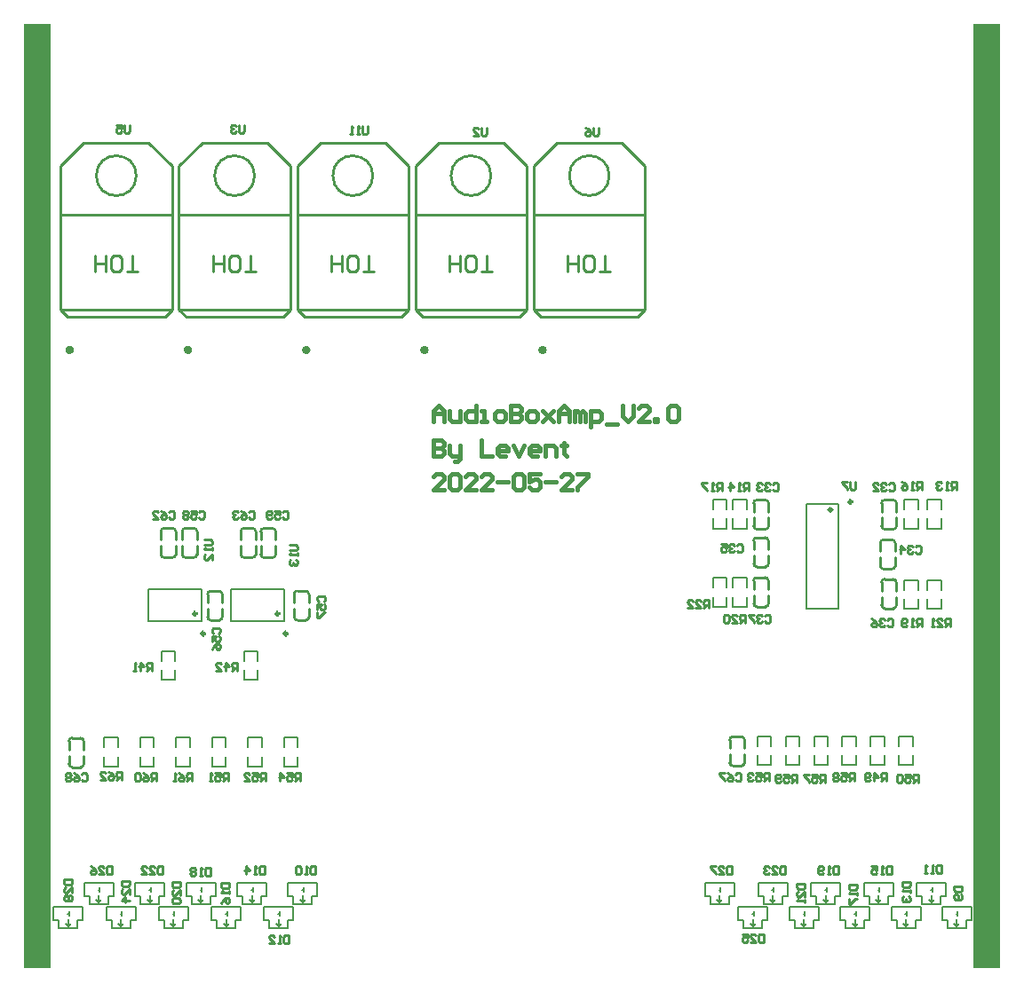
<source format=gbo>
G04*
G04 #@! TF.GenerationSoftware,Altium Limited,Altium Designer,20.2.5 (213)*
G04*
G04 Layer_Color=32896*
%FSLAX24Y24*%
%MOIN*%
G70*
G04*
G04 #@! TF.SameCoordinates,311A2180-9421-45D2-9D82-A7DF5611BF6A*
G04*
G04*
G04 #@! TF.FilePolarity,Positive*
G04*
G01*
G75*
%ADD10C,0.0100*%
%ADD11C,0.0118*%
%ADD15C,0.0060*%
%ADD16C,0.0050*%
%ADD18R,0.1000X3.5500*%
%ADD85C,0.0150*%
%ADD131C,0.0157*%
D10*
X28858Y33053D02*
G03*
X28980Y33175I0J122D01*
G01*
X28421D02*
G03*
X28543Y33053I122J0D01*
G01*
X28977Y34031D02*
G03*
X28855Y34153I-122J0D01*
G01*
X28540D02*
G03*
X28418Y34031I0J-122D01*
G01*
X31808Y33053D02*
G03*
X31930Y33175I0J122D01*
G01*
X31371D02*
G03*
X31493Y33053I122J0D01*
G01*
X31927Y34031D02*
G03*
X31805Y34153I-122J0D01*
G01*
X31490D02*
G03*
X31368Y34031I0J-122D01*
G01*
X29492Y31797D02*
G03*
X29370Y31675I0J-122D01*
G01*
X29929D02*
G03*
X29807Y31797I-122J0D01*
G01*
X29373Y30819D02*
G03*
X29495Y30697I122J0D01*
G01*
X29810D02*
G03*
X29932Y30819I0J122D01*
G01*
X32742Y31797D02*
G03*
X32620Y31675I0J-122D01*
G01*
X33179D02*
G03*
X33057Y31797I-122J0D01*
G01*
X32623Y30819D02*
G03*
X32745Y30697I122J0D01*
G01*
X33060D02*
G03*
X33182Y30819I0J122D01*
G01*
X24608Y25175D02*
G03*
X24730Y25297I0J122D01*
G01*
X24171D02*
G03*
X24293Y25175I122J0D01*
G01*
X24727Y26153D02*
G03*
X24605Y26275I-122J0D01*
G01*
X24290D02*
G03*
X24168Y26153I0J-122D01*
G01*
X49408Y25225D02*
G03*
X49530Y25347I0J122D01*
G01*
X48971D02*
G03*
X49093Y25225I122J0D01*
G01*
X49527Y26203D02*
G03*
X49405Y26325I-122J0D01*
G01*
X49090D02*
G03*
X48968Y26203I0J-122D01*
G01*
X50308Y31203D02*
G03*
X50430Y31325I0J122D01*
G01*
X49871D02*
G03*
X49993Y31203I122J0D01*
G01*
X50427Y32181D02*
G03*
X50305Y32303I-122J0D01*
G01*
X49990D02*
G03*
X49868Y32181I0J-122D01*
G01*
X50308Y32703D02*
G03*
X50430Y32825I0J122D01*
G01*
X49871D02*
G03*
X49993Y32703I122J0D01*
G01*
X50427Y33681D02*
G03*
X50305Y33803I-122J0D01*
G01*
X49990D02*
G03*
X49868Y33681I0J-122D01*
G01*
X50308Y34118D02*
G03*
X50430Y34240I0J122D01*
G01*
X49871D02*
G03*
X49993Y34118I122J0D01*
G01*
X50427Y35096D02*
G03*
X50305Y35218I-122J0D01*
G01*
X49990D02*
G03*
X49868Y35096I0J-122D01*
G01*
X55108Y31141D02*
G03*
X55230Y31263I0J122D01*
G01*
X54671D02*
G03*
X54793Y31141I122J0D01*
G01*
X55227Y32120D02*
G03*
X55105Y32242I-122J0D01*
G01*
X54790D02*
G03*
X54668Y32120I0J-122D01*
G01*
X54742Y33722D02*
G03*
X54620Y33600I0J-122D01*
G01*
X55179D02*
G03*
X55057Y33722I-122J0D01*
G01*
X54623Y32743D02*
G03*
X54745Y32621I122J0D01*
G01*
X55060D02*
G03*
X55182Y32743I0J122D01*
G01*
X54790Y35218D02*
G03*
X54668Y35096I0J-122D01*
G01*
X55227D02*
G03*
X55105Y35218I-122J0D01*
G01*
X54671Y34240D02*
G03*
X54793Y34118I122J0D01*
G01*
X55108D02*
G03*
X55230Y34240I0J122D01*
G01*
X26700Y47400D02*
G03*
X26700Y47400I-750J0D01*
G01*
X31137D02*
G03*
X31137Y47400I-750J0D01*
G01*
X35575D02*
G03*
X35575Y47400I-750J0D01*
G01*
X40012D02*
G03*
X40012Y47400I-750J0D01*
G01*
X44450D02*
G03*
X44450Y47400I-750J0D01*
G01*
X31060Y33053D02*
G03*
X31182Y33175I0J122D01*
G01*
X30623D02*
G03*
X30745Y33053I122J0D01*
G01*
X31179Y34031D02*
G03*
X31057Y34153I-122J0D01*
G01*
X30742D02*
G03*
X30620Y34031I0J-122D01*
G01*
X28060Y33053D02*
G03*
X28182Y33175I0J122D01*
G01*
X27623D02*
G03*
X27745Y33053I122J0D01*
G01*
X28179Y34031D02*
G03*
X28057Y34153I-122J0D01*
G01*
X27742D02*
G03*
X27620Y34031I0J-122D01*
G01*
X28977Y33716D02*
Y34031D01*
X28540Y34153D02*
X28855D01*
X28418Y33716D02*
Y34031D01*
X28980Y33175D02*
Y33490D01*
X28421Y33175D02*
Y33490D01*
X28543Y33053D02*
X28858D01*
X31927Y33716D02*
Y34031D01*
X31490Y34153D02*
X31805D01*
X31368Y33716D02*
Y34031D01*
X31930Y33175D02*
Y33490D01*
X31371Y33175D02*
Y33490D01*
X31493Y33053D02*
X31808D01*
X29373Y30819D02*
Y31134D01*
X29495Y30697D02*
X29810D01*
X29932Y30819D02*
Y31134D01*
X29370Y31360D02*
Y31675D01*
X29929Y31360D02*
Y31675D01*
X29492Y31797D02*
X29807D01*
X32623Y30819D02*
Y31134D01*
X32745Y30697D02*
X33060D01*
X33182Y30819D02*
Y31134D01*
X32620Y31360D02*
Y31675D01*
X33179Y31360D02*
Y31675D01*
X32742Y31797D02*
X33057D01*
X24727Y25838D02*
Y26153D01*
X24290Y26275D02*
X24605D01*
X24168Y25838D02*
Y26153D01*
X24730Y25297D02*
Y25612D01*
X24171Y25297D02*
Y25612D01*
X24293Y25175D02*
X24608D01*
X49527Y25888D02*
Y26203D01*
X49090Y26325D02*
X49405D01*
X48968Y25888D02*
Y26203D01*
X49530Y25347D02*
Y25662D01*
X48971Y25347D02*
Y25662D01*
X49093Y25225D02*
X49408D01*
X50427Y31866D02*
Y32181D01*
X49990Y32303D02*
X50305D01*
X49868Y31866D02*
Y32181D01*
X50430Y31325D02*
Y31640D01*
X49871Y31325D02*
Y31640D01*
X49993Y31203D02*
X50308D01*
X50427Y33366D02*
Y33681D01*
X49990Y33803D02*
X50305D01*
X49868Y33366D02*
Y33681D01*
X50430Y32825D02*
Y33140D01*
X49871Y32825D02*
Y33140D01*
X49993Y32703D02*
X50308D01*
X50427Y34781D02*
Y35096D01*
X49990Y35218D02*
X50305D01*
X49868Y34781D02*
Y35096D01*
X50430Y34240D02*
Y34554D01*
X49871Y34240D02*
Y34554D01*
X49993Y34118D02*
X50308D01*
X55227Y31805D02*
Y32120D01*
X54790Y32242D02*
X55105D01*
X54668Y31805D02*
Y32120D01*
X55230Y31263D02*
Y31578D01*
X54671Y31263D02*
Y31578D01*
X54793Y31141D02*
X55108D01*
X54623Y32743D02*
Y33058D01*
X54745Y32621D02*
X55060D01*
X55182Y32743D02*
Y33058D01*
X54620Y33285D02*
Y33600D01*
X55179Y33285D02*
Y33600D01*
X54742Y33722D02*
X55057D01*
X54671Y34240D02*
Y34555D01*
X54793Y34118D02*
X55108D01*
X55230Y34240D02*
Y34555D01*
X54668Y34781D02*
Y35096D01*
X55227Y34781D02*
Y35096D01*
X54790Y35218D02*
X55105D01*
X23863Y42368D02*
X28037D01*
X23863Y45918D02*
X28037D01*
X24741Y48641D02*
X27109D01*
X27167D01*
X28037Y47771D01*
X24733Y48641D02*
X24741D01*
X23863Y47771D02*
X24733Y48641D01*
X28037Y42368D02*
Y47771D01*
X27769Y42100D02*
X28037Y42368D01*
X24131Y42100D02*
X27769D01*
X23863Y42368D02*
X24131Y42100D01*
X23863Y42368D02*
Y47771D01*
X28300Y42368D02*
Y47771D01*
Y42368D02*
X28569Y42100D01*
X32206D01*
X32475Y42368D01*
Y47771D01*
X28300D02*
X29170Y48641D01*
X29178D01*
X31605D02*
X32475Y47771D01*
X31547Y48641D02*
X31605D01*
X29178D02*
X31547D01*
X28300Y45918D02*
X32475D01*
X28300Y42368D02*
X32475D01*
X32738D02*
Y47771D01*
Y42368D02*
X33006Y42100D01*
X36644D01*
X36912Y42368D01*
Y47771D01*
X32738D02*
X33608Y48641D01*
X33616D01*
X36042D02*
X36912Y47771D01*
X35984Y48641D02*
X36042D01*
X33616D02*
X35984D01*
X32738Y45918D02*
X36912D01*
X32738Y42368D02*
X36912D01*
X37175D02*
X41350D01*
X37175Y45918D02*
X41350D01*
X38053Y48641D02*
X40422D01*
X40480D01*
X41350Y47771D01*
X38045Y48641D02*
X38053D01*
X37175Y47771D02*
X38045Y48641D01*
X41350Y42368D02*
Y47771D01*
X41081Y42100D02*
X41350Y42368D01*
X37444Y42100D02*
X41081D01*
X37175Y42368D02*
X37444Y42100D01*
X37175Y42368D02*
Y47771D01*
X41613Y42368D02*
X45787D01*
X41613Y45918D02*
X45787D01*
X42491Y48641D02*
X44859D01*
X44917D01*
X45787Y47771D01*
X42483Y48641D02*
X42491D01*
X41613Y47771D02*
X42483Y48641D01*
X45787Y42368D02*
Y47771D01*
X45519Y42100D02*
X45787Y42368D01*
X41881Y42100D02*
X45519D01*
X41613Y42368D02*
X41881Y42100D01*
X41613Y42368D02*
Y47771D01*
X30742Y34153D02*
X31057D01*
X31179Y33716D02*
Y34031D01*
X30620Y33716D02*
Y34031D01*
X31182Y33175D02*
Y33490D01*
X30745Y33053D02*
X31060D01*
X30623Y33175D02*
Y33490D01*
X27742Y34153D02*
X28057D01*
X28179Y33716D02*
Y34031D01*
X27620Y33716D02*
Y34031D01*
X28182Y33175D02*
Y33490D01*
X27745Y33053D02*
X28060D01*
X27623Y33175D02*
Y33490D01*
X29250Y33725D02*
X29500D01*
X29550Y33675D01*
Y33575D01*
X29500Y33525D01*
X29250D01*
X29550Y33425D02*
Y33325D01*
Y33375D01*
X29250D01*
X29300Y33425D01*
X29550Y32975D02*
Y33175D01*
X29350Y32975D01*
X29300D01*
X29250Y33025D01*
Y33125D01*
X29300Y33175D01*
X29050Y34750D02*
X29100Y34800D01*
X29200D01*
X29250Y34750D01*
Y34550D01*
X29200Y34500D01*
X29100D01*
X29050Y34550D01*
X28750Y34800D02*
X28950D01*
Y34650D01*
X28850Y34700D01*
X28800D01*
X28750Y34650D01*
Y34550D01*
X28800Y34500D01*
X28900D01*
X28950Y34550D01*
X28650Y34750D02*
X28600Y34800D01*
X28500D01*
X28450Y34750D01*
Y34700D01*
X28500Y34650D01*
X28450Y34600D01*
Y34550D01*
X28500Y34500D01*
X28600D01*
X28650Y34550D01*
Y34600D01*
X28600Y34650D01*
X28650Y34700D01*
Y34750D01*
X28600Y34650D02*
X28500D01*
X32200Y34750D02*
X32250Y34800D01*
X32350D01*
X32400Y34750D01*
Y34550D01*
X32350Y34500D01*
X32250D01*
X32200Y34550D01*
X31900Y34800D02*
X32100D01*
Y34650D01*
X32000Y34700D01*
X31950D01*
X31900Y34650D01*
Y34550D01*
X31950Y34500D01*
X32050D01*
X32100Y34550D01*
X31800D02*
X31750Y34500D01*
X31650D01*
X31600Y34550D01*
Y34750D01*
X31650Y34800D01*
X31750D01*
X31800Y34750D01*
Y34700D01*
X31750Y34650D01*
X31600D01*
X32450Y33525D02*
X32700D01*
X32750Y33475D01*
Y33375D01*
X32700Y33325D01*
X32450D01*
X32750Y33225D02*
Y33125D01*
Y33175D01*
X32450D01*
X32500Y33225D01*
Y32975D02*
X32450Y32925D01*
Y32825D01*
X32500Y32775D01*
X32550D01*
X32600Y32825D01*
Y32875D01*
Y32825D01*
X32650Y32775D01*
X32700D01*
X32750Y32825D01*
Y32925D01*
X32700Y32975D01*
X29600Y30200D02*
X29550Y30250D01*
Y30350D01*
X29600Y30400D01*
X29800D01*
X29850Y30350D01*
Y30250D01*
X29800Y30200D01*
X29550Y29900D02*
Y30100D01*
X29700D01*
X29650Y30000D01*
Y29950D01*
X29700Y29900D01*
X29800D01*
X29850Y29950D01*
Y30050D01*
X29800Y30100D01*
X29550Y29600D02*
X29600Y29700D01*
X29700Y29800D01*
X29800D01*
X29850Y29750D01*
Y29650D01*
X29800Y29600D01*
X29750D01*
X29700Y29650D01*
Y29800D01*
X33550Y31400D02*
X33500Y31450D01*
Y31550D01*
X33550Y31600D01*
X33750D01*
X33800Y31550D01*
Y31450D01*
X33750Y31400D01*
X33500Y31100D02*
Y31300D01*
X33650D01*
X33600Y31200D01*
Y31150D01*
X33650Y31100D01*
X33750D01*
X33800Y31150D01*
Y31250D01*
X33750Y31300D01*
X33500Y31000D02*
Y30800D01*
X33550D01*
X33750Y31000D01*
X33800D01*
X27300Y28800D02*
Y29100D01*
X27150D01*
X27100Y29050D01*
Y28950D01*
X27150Y28900D01*
X27300D01*
X27200D02*
X27100Y28800D01*
X26850D02*
Y29100D01*
X27000Y28950D01*
X26800D01*
X26700Y28800D02*
X26600D01*
X26650D01*
Y29100D01*
X26700Y29050D01*
X30500Y28800D02*
Y29100D01*
X30350D01*
X30300Y29050D01*
Y28950D01*
X30350Y28900D01*
X30500D01*
X30400D02*
X30300Y28800D01*
X30050D02*
Y29100D01*
X30200Y28950D01*
X30000D01*
X29700Y28800D02*
X29900D01*
X29700Y29000D01*
Y29050D01*
X29750Y29100D01*
X29850D01*
X29900Y29050D01*
X24650Y24900D02*
X24700Y24950D01*
X24800D01*
X24850Y24900D01*
Y24700D01*
X24800Y24650D01*
X24700D01*
X24650Y24700D01*
X24350Y24950D02*
X24450Y24900D01*
X24550Y24800D01*
Y24700D01*
X24500Y24650D01*
X24400D01*
X24350Y24700D01*
Y24750D01*
X24400Y24800D01*
X24550D01*
X24250Y24900D02*
X24200Y24950D01*
X24100D01*
X24050Y24900D01*
Y24850D01*
X24100Y24800D01*
X24050Y24750D01*
Y24700D01*
X24100Y24650D01*
X24200D01*
X24250Y24700D01*
Y24750D01*
X24200Y24800D01*
X24250Y24850D01*
Y24900D01*
X24200Y24800D02*
X24100D01*
X26150Y24700D02*
Y25000D01*
X26000D01*
X25950Y24950D01*
Y24850D01*
X26000Y24800D01*
X26150D01*
X26050D02*
X25950Y24700D01*
X25650Y25000D02*
X25750Y24950D01*
X25850Y24850D01*
Y24750D01*
X25800Y24700D01*
X25700D01*
X25650Y24750D01*
Y24800D01*
X25700Y24850D01*
X25850D01*
X25350Y24700D02*
X25550D01*
X25350Y24900D01*
Y24950D01*
X25400Y25000D01*
X25500D01*
X25550Y24950D01*
X27450Y24650D02*
Y24950D01*
X27300D01*
X27250Y24900D01*
Y24800D01*
X27300Y24750D01*
X27450D01*
X27350D02*
X27250Y24650D01*
X26950Y24950D02*
X27050Y24900D01*
X27150Y24800D01*
Y24700D01*
X27100Y24650D01*
X27000D01*
X26950Y24700D01*
Y24750D01*
X27000Y24800D01*
X27150D01*
X26850Y24900D02*
X26800Y24950D01*
X26700D01*
X26650Y24900D01*
Y24700D01*
X26700Y24650D01*
X26800D01*
X26850Y24700D01*
Y24900D01*
X28800Y24650D02*
Y24950D01*
X28650D01*
X28600Y24900D01*
Y24800D01*
X28650Y24750D01*
X28800D01*
X28700D02*
X28600Y24650D01*
X28300Y24950D02*
X28400Y24900D01*
X28500Y24800D01*
Y24700D01*
X28450Y24650D01*
X28350D01*
X28300Y24700D01*
Y24750D01*
X28350Y24800D01*
X28500D01*
X28200Y24650D02*
X28100D01*
X28150D01*
Y24950D01*
X28200Y24900D01*
X30150Y24650D02*
Y24950D01*
X30000D01*
X29950Y24900D01*
Y24800D01*
X30000Y24750D01*
X30150D01*
X30050D02*
X29950Y24650D01*
X29650Y24950D02*
X29850D01*
Y24800D01*
X29750Y24850D01*
X29700D01*
X29650Y24800D01*
Y24700D01*
X29700Y24650D01*
X29800D01*
X29850Y24700D01*
X29550Y24650D02*
X29450D01*
X29500D01*
Y24950D01*
X29550Y24900D01*
X31550Y24650D02*
Y24950D01*
X31400D01*
X31350Y24900D01*
Y24800D01*
X31400Y24750D01*
X31550D01*
X31450D02*
X31350Y24650D01*
X31050Y24950D02*
X31250D01*
Y24800D01*
X31150Y24850D01*
X31100D01*
X31050Y24800D01*
Y24700D01*
X31100Y24650D01*
X31200D01*
X31250Y24700D01*
X30750Y24650D02*
X30950D01*
X30750Y24850D01*
Y24900D01*
X30800Y24950D01*
X30900D01*
X30950Y24900D01*
X32850Y24650D02*
Y24950D01*
X32700D01*
X32650Y24900D01*
Y24800D01*
X32700Y24750D01*
X32850D01*
X32750D02*
X32650Y24650D01*
X32350Y24950D02*
X32550D01*
Y24800D01*
X32450Y24850D01*
X32400D01*
X32350Y24800D01*
Y24700D01*
X32400Y24650D01*
X32500D01*
X32550Y24700D01*
X32100Y24650D02*
Y24950D01*
X32250Y24800D01*
X32050D01*
X24000Y20950D02*
X24300D01*
Y20800D01*
X24250Y20750D01*
X24050D01*
X24000Y20800D01*
Y20950D01*
X24300Y20450D02*
Y20650D01*
X24100Y20450D01*
X24050D01*
X24000Y20500D01*
Y20600D01*
X24050Y20650D01*
Y20350D02*
X24000Y20300D01*
Y20200D01*
X24050Y20150D01*
X24100D01*
X24150Y20200D01*
X24200Y20150D01*
X24250D01*
X24300Y20200D01*
Y20300D01*
X24250Y20350D01*
X24200D01*
X24150Y20300D01*
X24100Y20350D01*
X24050D01*
X24150Y20300D02*
Y20200D01*
X26150Y20900D02*
X26450D01*
Y20750D01*
X26400Y20700D01*
X26200D01*
X26150Y20750D01*
Y20900D01*
X26450Y20400D02*
Y20600D01*
X26250Y20400D01*
X26200D01*
X26150Y20450D01*
Y20550D01*
X26200Y20600D01*
X26450Y20150D02*
X26150D01*
X26300Y20300D01*
Y20100D01*
X28050Y20850D02*
X28350D01*
Y20700D01*
X28300Y20650D01*
X28100D01*
X28050Y20700D01*
Y20850D01*
X28350Y20350D02*
Y20550D01*
X28150Y20350D01*
X28100D01*
X28050Y20400D01*
Y20500D01*
X28100Y20550D01*
Y20250D02*
X28050Y20200D01*
Y20100D01*
X28100Y20050D01*
X28300D01*
X28350Y20100D01*
Y20200D01*
X28300Y20250D01*
X28100D01*
X29475Y21400D02*
Y21100D01*
X29325D01*
X29275Y21150D01*
Y21350D01*
X29325Y21400D01*
X29475D01*
X29175Y21100D02*
X29075D01*
X29125D01*
Y21400D01*
X29175Y21350D01*
X28925D02*
X28875Y21400D01*
X28775D01*
X28725Y21350D01*
Y21300D01*
X28775Y21250D01*
X28725Y21200D01*
Y21150D01*
X28775Y21100D01*
X28875D01*
X28925Y21150D01*
Y21200D01*
X28875Y21250D01*
X28925Y21300D01*
Y21350D01*
X28875Y21250D02*
X28775D01*
X29900Y20825D02*
X30200D01*
Y20675D01*
X30150Y20625D01*
X29950D01*
X29900Y20675D01*
Y20825D01*
X30200Y20525D02*
Y20425D01*
Y20475D01*
X29900D01*
X29950Y20525D01*
X29900Y20075D02*
X29950Y20175D01*
X30050Y20275D01*
X30150D01*
X30200Y20225D01*
Y20125D01*
X30150Y20075D01*
X30100D01*
X30050Y20125D01*
Y20275D01*
X32425Y18850D02*
Y18550D01*
X32275D01*
X32225Y18600D01*
Y18800D01*
X32275Y18850D01*
X32425D01*
X32125Y18550D02*
X32025D01*
X32075D01*
Y18850D01*
X32125Y18800D01*
X31675Y18550D02*
X31875D01*
X31675Y18750D01*
Y18800D01*
X31725Y18850D01*
X31825D01*
X31875Y18800D01*
X49050Y21450D02*
Y21150D01*
X48900D01*
X48850Y21200D01*
Y21400D01*
X48900Y21450D01*
X49050D01*
X48550Y21150D02*
X48750D01*
X48550Y21350D01*
Y21400D01*
X48600Y21450D01*
X48700D01*
X48750Y21400D01*
X48450Y21450D02*
X48250D01*
Y21400D01*
X48450Y21200D01*
Y21150D01*
X50250Y18900D02*
Y18600D01*
X50100D01*
X50050Y18650D01*
Y18850D01*
X50100Y18900D01*
X50250D01*
X49750Y18600D02*
X49950D01*
X49750Y18800D01*
Y18850D01*
X49800Y18900D01*
X49900D01*
X49950Y18850D01*
X49450Y18900D02*
X49650D01*
Y18750D01*
X49550Y18800D01*
X49500D01*
X49450Y18750D01*
Y18650D01*
X49500Y18600D01*
X49600D01*
X49650Y18650D01*
X51500Y20800D02*
X51800D01*
Y20650D01*
X51750Y20600D01*
X51550D01*
X51500Y20650D01*
Y20800D01*
X51800Y20300D02*
Y20500D01*
X51600Y20300D01*
X51550D01*
X51500Y20350D01*
Y20450D01*
X51550Y20500D01*
X51800Y20200D02*
Y20100D01*
Y20150D01*
X51500D01*
X51550Y20200D01*
X53450Y20775D02*
X53750D01*
Y20625D01*
X53700Y20575D01*
X53500D01*
X53450Y20625D01*
Y20775D01*
X53750Y20475D02*
Y20375D01*
Y20425D01*
X53450D01*
X53500Y20475D01*
X53450Y20225D02*
Y20025D01*
X53500D01*
X53700Y20225D01*
X53750D01*
X55450Y20875D02*
X55750D01*
Y20725D01*
X55700Y20675D01*
X55500D01*
X55450Y20725D01*
Y20875D01*
X55750Y20575D02*
Y20475D01*
Y20525D01*
X55450D01*
X55500Y20575D01*
Y20325D02*
X55450Y20275D01*
Y20175D01*
X55500Y20125D01*
X55550D01*
X55600Y20175D01*
Y20225D01*
Y20175D01*
X55650Y20125D01*
X55700D01*
X55750Y20175D01*
Y20275D01*
X55700Y20325D01*
X57400Y20700D02*
X57700D01*
Y20550D01*
X57650Y20500D01*
X57450D01*
X57400Y20550D01*
Y20700D01*
X57650Y20400D02*
X57700Y20350D01*
Y20250D01*
X57650Y20200D01*
X57450D01*
X57400Y20250D01*
Y20350D01*
X57450Y20400D01*
X57500D01*
X57550Y20350D01*
Y20200D01*
X56925Y21500D02*
Y21200D01*
X56775D01*
X56725Y21250D01*
Y21450D01*
X56775Y21500D01*
X56925D01*
X56625Y21200D02*
X56525D01*
X56575D01*
Y21500D01*
X56625Y21450D01*
X56375Y21200D02*
X56275D01*
X56325D01*
Y21500D01*
X56375Y21450D01*
X49200Y24900D02*
X49250Y24950D01*
X49350D01*
X49400Y24900D01*
Y24700D01*
X49350Y24650D01*
X49250D01*
X49200Y24700D01*
X48900Y24950D02*
X49000Y24900D01*
X49100Y24800D01*
Y24700D01*
X49050Y24650D01*
X48950D01*
X48900Y24700D01*
Y24750D01*
X48950Y24800D01*
X49100D01*
X48800Y24950D02*
X48600D01*
Y24900D01*
X48800Y24700D01*
Y24650D01*
X50450D02*
Y24950D01*
X50300D01*
X50250Y24900D01*
Y24800D01*
X50300Y24750D01*
X50450D01*
X50350D02*
X50250Y24650D01*
X49950Y24950D02*
X50150D01*
Y24800D01*
X50050Y24850D01*
X50000D01*
X49950Y24800D01*
Y24700D01*
X50000Y24650D01*
X50100D01*
X50150Y24700D01*
X49850Y24900D02*
X49800Y24950D01*
X49700D01*
X49650Y24900D01*
Y24850D01*
X49700Y24800D01*
X49750D01*
X49700D01*
X49650Y24750D01*
Y24700D01*
X49700Y24650D01*
X49800D01*
X49850Y24700D01*
X51500Y24600D02*
Y24900D01*
X51350D01*
X51300Y24850D01*
Y24750D01*
X51350Y24700D01*
X51500D01*
X51400D02*
X51300Y24600D01*
X51000Y24900D02*
X51200D01*
Y24750D01*
X51100Y24800D01*
X51050D01*
X51000Y24750D01*
Y24650D01*
X51050Y24600D01*
X51150D01*
X51200Y24650D01*
X50900D02*
X50850Y24600D01*
X50750D01*
X50700Y24650D01*
Y24850D01*
X50750Y24900D01*
X50850D01*
X50900Y24850D01*
Y24800D01*
X50850Y24750D01*
X50700D01*
X52550Y24600D02*
Y24900D01*
X52400D01*
X52350Y24850D01*
Y24750D01*
X52400Y24700D01*
X52550D01*
X52450D02*
X52350Y24600D01*
X52050Y24900D02*
X52250D01*
Y24750D01*
X52150Y24800D01*
X52100D01*
X52050Y24750D01*
Y24650D01*
X52100Y24600D01*
X52200D01*
X52250Y24650D01*
X51950Y24900D02*
X51750D01*
Y24850D01*
X51950Y24650D01*
Y24600D01*
X53650Y24650D02*
Y24950D01*
X53500D01*
X53450Y24900D01*
Y24800D01*
X53500Y24750D01*
X53650D01*
X53550D02*
X53450Y24650D01*
X53150Y24950D02*
X53350D01*
Y24800D01*
X53250Y24850D01*
X53200D01*
X53150Y24800D01*
Y24700D01*
X53200Y24650D01*
X53300D01*
X53350Y24700D01*
X53050Y24900D02*
X53000Y24950D01*
X52900D01*
X52850Y24900D01*
Y24850D01*
X52900Y24800D01*
X52850Y24750D01*
Y24700D01*
X52900Y24650D01*
X53000D01*
X53050Y24700D01*
Y24750D01*
X53000Y24800D01*
X53050Y24850D01*
Y24900D01*
X53000Y24800D02*
X52900D01*
X54850Y24650D02*
Y24950D01*
X54700D01*
X54650Y24900D01*
Y24800D01*
X54700Y24750D01*
X54850D01*
X54750D02*
X54650Y24650D01*
X54400D02*
Y24950D01*
X54550Y24800D01*
X54350D01*
X54250Y24700D02*
X54200Y24650D01*
X54100D01*
X54050Y24700D01*
Y24900D01*
X54100Y24950D01*
X54200D01*
X54250Y24900D01*
Y24850D01*
X54200Y24800D01*
X54050D01*
X56050Y24600D02*
Y24900D01*
X55900D01*
X55850Y24850D01*
Y24750D01*
X55900Y24700D01*
X56050D01*
X55950D02*
X55850Y24600D01*
X55550Y24900D02*
X55750D01*
Y24750D01*
X55650Y24800D01*
X55600D01*
X55550Y24750D01*
Y24650D01*
X55600Y24600D01*
X55700D01*
X55750Y24650D01*
X55450Y24850D02*
X55400Y24900D01*
X55300D01*
X55250Y24850D01*
Y24650D01*
X55300Y24600D01*
X55400D01*
X55450Y24650D01*
Y24850D01*
X48200Y31150D02*
Y31450D01*
X48050D01*
X48000Y31400D01*
Y31300D01*
X48050Y31250D01*
X48200D01*
X48100D02*
X48000Y31150D01*
X47700D02*
X47900D01*
X47700Y31350D01*
Y31400D01*
X47750Y31450D01*
X47850D01*
X47900Y31400D01*
X47400Y31150D02*
X47600D01*
X47400Y31350D01*
Y31400D01*
X47450Y31450D01*
X47550D01*
X47600Y31400D01*
X49550Y30600D02*
Y30900D01*
X49400D01*
X49350Y30850D01*
Y30750D01*
X49400Y30700D01*
X49550D01*
X49450D02*
X49350Y30600D01*
X49050D02*
X49250D01*
X49050Y30800D01*
Y30850D01*
X49100Y30900D01*
X49200D01*
X49250Y30850D01*
X48950D02*
X48900Y30900D01*
X48800D01*
X48750Y30850D01*
Y30650D01*
X48800Y30600D01*
X48900D01*
X48950Y30650D01*
Y30850D01*
X50300D02*
X50350Y30900D01*
X50450D01*
X50500Y30850D01*
Y30650D01*
X50450Y30600D01*
X50350D01*
X50300Y30650D01*
X50200Y30850D02*
X50150Y30900D01*
X50050D01*
X50000Y30850D01*
Y30800D01*
X50050Y30750D01*
X50100D01*
X50050D01*
X50000Y30700D01*
Y30650D01*
X50050Y30600D01*
X50150D01*
X50200Y30650D01*
X49900Y30900D02*
X49700D01*
Y30850D01*
X49900Y30650D01*
Y30600D01*
X49250Y33500D02*
X49300Y33550D01*
X49400D01*
X49450Y33500D01*
Y33300D01*
X49400Y33250D01*
X49300D01*
X49250Y33300D01*
X49150Y33500D02*
X49100Y33550D01*
X49000D01*
X48950Y33500D01*
Y33450D01*
X49000Y33400D01*
X49050D01*
X49000D01*
X48950Y33350D01*
Y33300D01*
X49000Y33250D01*
X49100D01*
X49150Y33300D01*
X48650Y33550D02*
X48850D01*
Y33400D01*
X48750Y33450D01*
X48700D01*
X48650Y33400D01*
Y33300D01*
X48700Y33250D01*
X48800D01*
X48850Y33300D01*
X48675Y35550D02*
Y35850D01*
X48525D01*
X48475Y35800D01*
Y35700D01*
X48525Y35650D01*
X48675D01*
X48575D02*
X48475Y35550D01*
X48375D02*
X48275D01*
X48325D01*
Y35850D01*
X48375Y35800D01*
X48125Y35850D02*
X47925D01*
Y35800D01*
X48125Y35600D01*
Y35550D01*
X49675D02*
Y35850D01*
X49525D01*
X49475Y35800D01*
Y35700D01*
X49525Y35650D01*
X49675D01*
X49575D02*
X49475Y35550D01*
X49375D02*
X49275D01*
X49325D01*
Y35850D01*
X49375Y35800D01*
X48975Y35550D02*
Y35850D01*
X49125Y35700D01*
X48925D01*
X50600Y35800D02*
X50650Y35850D01*
X50750D01*
X50800Y35800D01*
Y35600D01*
X50750Y35550D01*
X50650D01*
X50600Y35600D01*
X50500Y35800D02*
X50450Y35850D01*
X50350D01*
X50300Y35800D01*
Y35750D01*
X50350Y35700D01*
X50400D01*
X50350D01*
X50300Y35650D01*
Y35600D01*
X50350Y35550D01*
X50450D01*
X50500Y35600D01*
X50200Y35800D02*
X50150Y35850D01*
X50050D01*
X50000Y35800D01*
Y35750D01*
X50050Y35700D01*
X50100D01*
X50050D01*
X50000Y35650D01*
Y35600D01*
X50050Y35550D01*
X50150D01*
X50200Y35600D01*
X54900Y30700D02*
X54950Y30750D01*
X55050D01*
X55100Y30700D01*
Y30500D01*
X55050Y30450D01*
X54950D01*
X54900Y30500D01*
X54800Y30700D02*
X54750Y30750D01*
X54650D01*
X54600Y30700D01*
Y30650D01*
X54650Y30600D01*
X54700D01*
X54650D01*
X54600Y30550D01*
Y30500D01*
X54650Y30450D01*
X54750D01*
X54800Y30500D01*
X54300Y30750D02*
X54400Y30700D01*
X54500Y30600D01*
Y30500D01*
X54450Y30450D01*
X54350D01*
X54300Y30500D01*
Y30550D01*
X54350Y30600D01*
X54500D01*
X56175Y30450D02*
Y30750D01*
X56025D01*
X55975Y30700D01*
Y30600D01*
X56025Y30550D01*
X56175D01*
X56075D02*
X55975Y30450D01*
X55875D02*
X55775D01*
X55825D01*
Y30750D01*
X55875Y30700D01*
X55625Y30500D02*
X55575Y30450D01*
X55475D01*
X55425Y30500D01*
Y30700D01*
X55475Y30750D01*
X55575D01*
X55625Y30700D01*
Y30650D01*
X55575Y30600D01*
X55425D01*
X57250Y30450D02*
Y30750D01*
X57100D01*
X57050Y30700D01*
Y30600D01*
X57100Y30550D01*
X57250D01*
X57150D02*
X57050Y30450D01*
X56750D02*
X56950D01*
X56750Y30650D01*
Y30700D01*
X56800Y30750D01*
X56900D01*
X56950Y30700D01*
X56650Y30450D02*
X56550D01*
X56600D01*
Y30750D01*
X56650Y30700D01*
X55950Y33450D02*
X56000Y33500D01*
X56100D01*
X56150Y33450D01*
Y33250D01*
X56100Y33200D01*
X56000D01*
X55950Y33250D01*
X55850Y33450D02*
X55800Y33500D01*
X55700D01*
X55650Y33450D01*
Y33400D01*
X55700Y33350D01*
X55750D01*
X55700D01*
X55650Y33300D01*
Y33250D01*
X55700Y33200D01*
X55800D01*
X55850Y33250D01*
X55400Y33200D02*
Y33500D01*
X55550Y33350D01*
X55350D01*
X53700Y35900D02*
Y35650D01*
X53650Y35600D01*
X53550D01*
X53500Y35650D01*
Y35900D01*
X53400D02*
X53200D01*
Y35850D01*
X53400Y35650D01*
Y35600D01*
X54950Y35800D02*
X55000Y35850D01*
X55100D01*
X55150Y35800D01*
Y35600D01*
X55100Y35550D01*
X55000D01*
X54950Y35600D01*
X54850Y35800D02*
X54800Y35850D01*
X54700D01*
X54650Y35800D01*
Y35750D01*
X54700Y35700D01*
X54750D01*
X54700D01*
X54650Y35650D01*
Y35600D01*
X54700Y35550D01*
X54800D01*
X54850Y35600D01*
X54350Y35550D02*
X54550D01*
X54350Y35750D01*
Y35800D01*
X54400Y35850D01*
X54500D01*
X54550Y35800D01*
X56175Y35600D02*
Y35900D01*
X56025D01*
X55975Y35850D01*
Y35750D01*
X56025Y35700D01*
X56175D01*
X56075D02*
X55975Y35600D01*
X55875D02*
X55775D01*
X55825D01*
Y35900D01*
X55875Y35850D01*
X55425Y35900D02*
X55525Y35850D01*
X55625Y35750D01*
Y35650D01*
X55575Y35600D01*
X55475D01*
X55425Y35650D01*
Y35700D01*
X55475Y35750D01*
X55625D01*
X57475Y35600D02*
Y35900D01*
X57325D01*
X57275Y35850D01*
Y35750D01*
X57325Y35700D01*
X57475D01*
X57375D02*
X57275Y35600D01*
X57175D02*
X57075D01*
X57125D01*
Y35900D01*
X57175Y35850D01*
X56925D02*
X56875Y35900D01*
X56775D01*
X56725Y35850D01*
Y35800D01*
X56775Y35750D01*
X56825D01*
X56775D01*
X56725Y35700D01*
Y35650D01*
X56775Y35600D01*
X56875D01*
X56925Y35650D01*
X26450Y49300D02*
Y49050D01*
X26400Y49000D01*
X26300D01*
X26250Y49050D01*
Y49300D01*
X25950D02*
X26150D01*
Y49150D01*
X26050Y49200D01*
X26000D01*
X25950Y49150D01*
Y49050D01*
X26000Y49000D01*
X26100D01*
X26150Y49050D01*
X25150Y43800D02*
Y44400D01*
Y44100D01*
X25550D01*
Y43800D01*
Y44400D01*
X26050Y43800D02*
X25850D01*
X25750Y43900D01*
Y44300D01*
X25850Y44400D01*
X26050D01*
X26150Y44300D01*
Y43900D01*
X26050Y43800D01*
X26350D02*
X26749D01*
X26550D01*
Y44400D01*
X30750Y49300D02*
Y49050D01*
X30700Y49000D01*
X30600D01*
X30550Y49050D01*
Y49300D01*
X30450Y49250D02*
X30400Y49300D01*
X30300D01*
X30250Y49250D01*
Y49200D01*
X30300Y49150D01*
X30350D01*
X30300D01*
X30250Y49100D01*
Y49050D01*
X30300Y49000D01*
X30400D01*
X30450Y49050D01*
X29588Y43800D02*
Y44400D01*
Y44100D01*
X29987D01*
Y43800D01*
Y44400D01*
X30487Y43800D02*
X30287D01*
X30187Y43900D01*
Y44300D01*
X30287Y44400D01*
X30487D01*
X30587Y44300D01*
Y43900D01*
X30487Y43800D01*
X30787D02*
X31187D01*
X30987D01*
Y44400D01*
X35375Y49250D02*
Y49000D01*
X35325Y48950D01*
X35225D01*
X35175Y49000D01*
Y49250D01*
X35075Y48950D02*
X34975D01*
X35025D01*
Y49250D01*
X35075Y49200D01*
X34825Y48950D02*
X34725D01*
X34775D01*
Y49250D01*
X34825Y49200D01*
X34025Y43800D02*
Y44400D01*
Y44100D01*
X34425D01*
Y43800D01*
Y44400D01*
X34925Y43800D02*
X34725D01*
X34625Y43900D01*
Y44300D01*
X34725Y44400D01*
X34925D01*
X35025Y44300D01*
Y43900D01*
X34925Y43800D01*
X35225D02*
X35624D01*
X35425D01*
Y44400D01*
X39850Y49200D02*
Y48950D01*
X39800Y48900D01*
X39700D01*
X39650Y48950D01*
Y49200D01*
X39350Y48900D02*
X39550D01*
X39350Y49100D01*
Y49150D01*
X39400Y49200D01*
X39500D01*
X39550Y49150D01*
X38463Y43800D02*
Y44400D01*
Y44100D01*
X38862D01*
Y43800D01*
Y44400D01*
X39362Y43800D02*
X39162D01*
X39062Y43900D01*
Y44300D01*
X39162Y44400D01*
X39362D01*
X39462Y44300D01*
Y43900D01*
X39362Y43800D01*
X39662D02*
X40062D01*
X39862D01*
Y44400D01*
X44050Y49200D02*
Y48950D01*
X44000Y48900D01*
X43900D01*
X43850Y48950D01*
Y49200D01*
X43550D02*
X43650Y49150D01*
X43750Y49050D01*
Y48950D01*
X43700Y48900D01*
X43600D01*
X43550Y48950D01*
Y49000D01*
X43600Y49050D01*
X43750D01*
X42900Y43800D02*
Y44400D01*
Y44100D01*
X43300D01*
Y43800D01*
Y44400D01*
X43800Y43800D02*
X43600D01*
X43500Y43900D01*
Y44300D01*
X43600Y44400D01*
X43800D01*
X43900Y44300D01*
Y43900D01*
X43800Y43800D01*
X44100D02*
X44499D01*
X44300D01*
Y44400D01*
X25780Y21450D02*
Y21150D01*
X25630D01*
X25580Y21200D01*
Y21400D01*
X25630Y21450D01*
X25780D01*
X25280Y21150D02*
X25480D01*
X25280Y21350D01*
Y21400D01*
X25330Y21450D01*
X25430D01*
X25480Y21400D01*
X24980Y21450D02*
X25080Y21400D01*
X25180Y21300D01*
Y21200D01*
X25130Y21150D01*
X25030D01*
X24980Y21200D01*
Y21250D01*
X25030Y21300D01*
X25180D01*
X51060Y21450D02*
Y21150D01*
X50910D01*
X50860Y21200D01*
Y21400D01*
X50910Y21450D01*
X51060D01*
X50560Y21150D02*
X50760D01*
X50560Y21350D01*
Y21400D01*
X50610Y21450D01*
X50710D01*
X50760Y21400D01*
X50460D02*
X50410Y21450D01*
X50310D01*
X50260Y21400D01*
Y21350D01*
X50310Y21300D01*
X50360D01*
X50310D01*
X50260Y21250D01*
Y21200D01*
X50310Y21150D01*
X50410D01*
X50460Y21200D01*
X27690Y21450D02*
Y21150D01*
X27540D01*
X27490Y21200D01*
Y21400D01*
X27540Y21450D01*
X27690D01*
X27190Y21150D02*
X27390D01*
X27190Y21350D01*
Y21400D01*
X27240Y21450D01*
X27340D01*
X27390Y21400D01*
X26890Y21150D02*
X27090D01*
X26890Y21350D01*
Y21400D01*
X26940Y21450D01*
X27040D01*
X27090Y21400D01*
X53050Y21450D02*
Y21150D01*
X52900D01*
X52850Y21200D01*
Y21400D01*
X52900Y21450D01*
X53050D01*
X52750Y21150D02*
X52650D01*
X52700D01*
Y21450D01*
X52750Y21400D01*
X52500Y21200D02*
X52450Y21150D01*
X52350D01*
X52300Y21200D01*
Y21400D01*
X52350Y21450D01*
X52450D01*
X52500Y21400D01*
Y21350D01*
X52450Y21300D01*
X52300D01*
X55040Y21450D02*
Y21150D01*
X54890D01*
X54840Y21200D01*
Y21400D01*
X54890Y21450D01*
X55040D01*
X54740Y21150D02*
X54640D01*
X54690D01*
Y21450D01*
X54740Y21400D01*
X54290Y21450D02*
X54490D01*
Y21300D01*
X54390Y21350D01*
X54340D01*
X54290Y21300D01*
Y21200D01*
X54340Y21150D01*
X54440D01*
X54490Y21200D01*
X31510Y21450D02*
Y21150D01*
X31360D01*
X31310Y21200D01*
Y21400D01*
X31360Y21450D01*
X31510D01*
X31210Y21150D02*
X31110D01*
X31160D01*
Y21450D01*
X31210Y21400D01*
X30810Y21150D02*
Y21450D01*
X30960Y21300D01*
X30760D01*
X33420Y21450D02*
Y21150D01*
X33270D01*
X33220Y21200D01*
Y21400D01*
X33270Y21450D01*
X33420D01*
X33120Y21150D02*
X33020D01*
X33070D01*
Y21450D01*
X33120Y21400D01*
X32870D02*
X32820Y21450D01*
X32720D01*
X32670Y21400D01*
Y21200D01*
X32720Y21150D01*
X32820D01*
X32870Y21200D01*
Y21400D01*
X30930Y34750D02*
X30980Y34800D01*
X31080D01*
X31130Y34750D01*
Y34550D01*
X31080Y34500D01*
X30980D01*
X30930Y34550D01*
X30630Y34800D02*
X30730Y34750D01*
X30830Y34650D01*
Y34550D01*
X30780Y34500D01*
X30680D01*
X30630Y34550D01*
Y34600D01*
X30680Y34650D01*
X30830D01*
X30530Y34750D02*
X30480Y34800D01*
X30380D01*
X30330Y34750D01*
Y34700D01*
X30380Y34650D01*
X30430D01*
X30380D01*
X30330Y34600D01*
Y34550D01*
X30380Y34500D01*
X30480D01*
X30530Y34550D01*
X27930Y34750D02*
X27980Y34800D01*
X28080D01*
X28130Y34750D01*
Y34550D01*
X28080Y34500D01*
X27980D01*
X27930Y34550D01*
X27630Y34800D02*
X27730Y34750D01*
X27830Y34650D01*
Y34550D01*
X27780Y34500D01*
X27680D01*
X27630Y34550D01*
Y34600D01*
X27680Y34650D01*
X27830D01*
X27330Y34500D02*
X27530D01*
X27330Y34700D01*
Y34750D01*
X27380Y34800D01*
X27480D01*
X27530Y34750D01*
D11*
X28959Y30947D02*
G03*
X28959Y30947I-59J0D01*
G01*
X29261Y30194D02*
G03*
X29261Y30194I-59J0D01*
G01*
X32059Y30947D02*
G03*
X32059Y30947I-59J0D01*
G01*
X32361Y30194D02*
G03*
X32361Y30194I-59J0D01*
G01*
X53559Y35150D02*
G03*
X53559Y35150I-59J0D01*
G01*
X52812Y34850D02*
G03*
X52812Y34850I-59J0D01*
G01*
D15*
X29164Y30651D02*
Y31849D01*
X27136D02*
X29164D01*
X27136Y30651D02*
Y31849D01*
Y30651D02*
X29164D01*
X32264D02*
Y31849D01*
X30236D02*
X32264D01*
X30236Y30651D02*
Y31849D01*
Y30651D02*
X32264D01*
X28160Y28455D02*
Y28832D01*
X27640Y28455D02*
X28160D01*
X27640D02*
Y28832D01*
X28160Y29168D02*
Y29545D01*
X27640D02*
X28160D01*
X27640Y29168D02*
Y29545D01*
X31260Y28455D02*
Y28832D01*
X30740Y28455D02*
X31260D01*
X30740D02*
Y28832D01*
X31260Y29168D02*
Y29545D01*
X30740D02*
X31260D01*
X30740Y29168D02*
Y29545D01*
X26017Y25205D02*
Y25582D01*
X25497Y25205D02*
X26017D01*
X25497D02*
Y25582D01*
X26017Y25918D02*
Y26295D01*
X25497D02*
X26017D01*
X25497Y25918D02*
Y26295D01*
X27366Y25205D02*
Y25582D01*
X26846Y25205D02*
X27366D01*
X26846D02*
Y25582D01*
X27366Y25918D02*
Y26295D01*
X26846D02*
X27366D01*
X26846Y25918D02*
Y26295D01*
X28714Y25205D02*
Y25582D01*
X28194Y25205D02*
X28714D01*
X28194D02*
Y25582D01*
X28714Y25918D02*
Y26295D01*
X28194D02*
X28714D01*
X28194Y25918D02*
Y26295D01*
X29543Y25918D02*
Y26295D01*
X30063D01*
Y25918D02*
Y26295D01*
X29543Y25205D02*
Y25582D01*
Y25205D02*
X30063D01*
Y25582D01*
X30891Y25918D02*
Y26295D01*
X31411D01*
Y25918D02*
Y26295D01*
X30891Y25205D02*
Y25582D01*
Y25205D02*
X31411D01*
Y25582D01*
X32240Y25918D02*
Y26295D01*
X32760D01*
Y25918D02*
Y26295D01*
X32240Y25205D02*
Y25582D01*
Y25205D02*
X32760D01*
Y25582D01*
X50011Y25968D02*
Y26345D01*
X50531D01*
Y25968D02*
Y26345D01*
X50011Y25255D02*
Y25632D01*
Y25255D02*
X50531D01*
Y25632D01*
X51593Y25255D02*
Y25632D01*
X51073Y25255D02*
X51593D01*
X51073D02*
Y25632D01*
X51593Y25968D02*
Y26345D01*
X51073D02*
X51593D01*
X51073Y25968D02*
Y26345D01*
X52656Y25255D02*
Y25632D01*
X52136Y25255D02*
X52656D01*
X52136D02*
Y25632D01*
X52656Y25968D02*
Y26345D01*
X52136D02*
X52656D01*
X52136Y25968D02*
Y26345D01*
X53718Y25255D02*
Y25632D01*
X53198Y25255D02*
X53718D01*
X53198D02*
Y25632D01*
X53718Y25968D02*
Y26345D01*
X53198D02*
X53718D01*
X53198Y25968D02*
Y26345D01*
X54260Y25968D02*
Y26345D01*
X54781D01*
Y25968D02*
Y26345D01*
X54260Y25255D02*
Y25632D01*
Y25255D02*
X54781D01*
Y25632D01*
X55323Y25968D02*
Y26345D01*
X55843D01*
Y25968D02*
Y26345D01*
X55323Y25255D02*
Y25632D01*
Y25255D02*
X55843D01*
Y25632D01*
X48860Y31205D02*
Y31582D01*
X48340Y31205D02*
X48860D01*
X48340D02*
Y31582D01*
X48860Y31918D02*
Y32295D01*
X48340D02*
X48860D01*
X48340Y31918D02*
Y32295D01*
X49094Y31918D02*
Y32295D01*
X49614D01*
Y31918D02*
Y32295D01*
X49094Y31205D02*
Y31582D01*
Y31205D02*
X49614D01*
Y31582D01*
X48860Y34148D02*
Y34525D01*
X48340Y34148D02*
X48860D01*
X48340D02*
Y34525D01*
X48860Y34861D02*
Y35238D01*
X48340D02*
X48860D01*
X48340Y34861D02*
Y35238D01*
X49614Y34148D02*
Y34525D01*
X49094Y34148D02*
X49614D01*
X49094D02*
Y34525D01*
X49614Y34861D02*
Y35238D01*
X49094D02*
X49614D01*
X49094Y34861D02*
Y35238D01*
X56039Y31121D02*
Y31499D01*
X55519Y31121D02*
X56039D01*
X55519D02*
Y31499D01*
X56039Y31834D02*
Y32212D01*
X55519D02*
X56039D01*
X55519Y31834D02*
Y32212D01*
X56910Y31121D02*
Y31499D01*
X56390Y31121D02*
X56910D01*
X56390D02*
Y31499D01*
X56910Y31834D02*
Y32212D01*
X56390D02*
X56910D01*
X56390Y31834D02*
Y32212D01*
X53049Y31121D02*
Y35079D01*
X51851Y31121D02*
X53049D01*
X51851D02*
Y35079D01*
X53049D01*
X56039Y34148D02*
Y34525D01*
X55519Y34148D02*
X56039D01*
X55519D02*
Y34525D01*
X56039Y34861D02*
Y35238D01*
X55519D02*
X56039D01*
X55519Y34861D02*
Y35238D01*
X56390Y34861D02*
Y35238D01*
X56910D01*
Y34861D02*
Y35238D01*
X56390Y34148D02*
Y34525D01*
Y34148D02*
X56910D01*
Y34525D01*
D16*
X24130Y19675D02*
X24180D01*
X24150Y19200D02*
X24250Y19300D01*
X24050D02*
X24150Y19200D01*
Y19450D01*
X23800Y19125D02*
X24500D01*
X23800D02*
Y19425D01*
X24500Y19125D02*
Y19425D01*
X23600D02*
X23800D01*
X24500D02*
X24700D01*
Y19925D01*
X23600Y19425D02*
Y19925D01*
X24700D01*
X24180Y19600D02*
Y19750D01*
X26105Y19675D02*
X26155D01*
X26125Y19200D02*
X26225Y19300D01*
X26025D02*
X26125Y19200D01*
Y19450D01*
X25775Y19125D02*
X26475D01*
X25775D02*
Y19425D01*
X26475Y19125D02*
Y19425D01*
X25575D02*
X25775D01*
X26475D02*
X26675D01*
Y19925D01*
X25575Y19425D02*
Y19925D01*
X26675D01*
X26155Y19600D02*
Y19750D01*
X28080Y19675D02*
X28130D01*
X28100Y19200D02*
X28200Y19300D01*
X28000D02*
X28100Y19200D01*
Y19450D01*
X27750Y19125D02*
X28450D01*
X27750D02*
Y19425D01*
X28450Y19125D02*
Y19425D01*
X27550D02*
X27750D01*
X28450D02*
X28650D01*
Y19925D01*
X27550Y19425D02*
Y19925D01*
X28650D01*
X28130Y19600D02*
Y19750D01*
X29105Y20575D02*
X29155D01*
X29125Y20100D02*
X29225Y20200D01*
X29025D02*
X29125Y20100D01*
Y20350D01*
X28775Y20025D02*
X29475D01*
X28775D02*
Y20325D01*
X29475Y20025D02*
Y20325D01*
X28575D02*
X28775D01*
X29475D02*
X29675D01*
Y20825D01*
X28575Y20325D02*
Y20825D01*
X29675D01*
X29155Y20500D02*
Y20650D01*
X30055Y19675D02*
X30105D01*
X30075Y19200D02*
X30175Y19300D01*
X29975D02*
X30075Y19200D01*
Y19450D01*
X29725Y19125D02*
X30425D01*
X29725D02*
Y19425D01*
X30425Y19125D02*
Y19425D01*
X29525D02*
X29725D01*
X30425D02*
X30625D01*
Y19925D01*
X29525Y19425D02*
Y19925D01*
X30625D01*
X30105Y19600D02*
Y19750D01*
X32030Y19675D02*
X32080D01*
X32050Y19200D02*
X32150Y19300D01*
X31950D02*
X32050Y19200D01*
Y19450D01*
X31700Y19125D02*
X32400D01*
X31700D02*
Y19425D01*
X32400Y19125D02*
Y19425D01*
X31500D02*
X31700D01*
X32400D02*
X32600D01*
Y19925D01*
X31500Y19425D02*
Y19925D01*
X32600D01*
X32080Y19600D02*
Y19750D01*
X48580Y20575D02*
X48630D01*
X48600Y20100D02*
X48700Y20200D01*
X48500D02*
X48600Y20100D01*
Y20350D01*
X48250Y20025D02*
X48950D01*
X48250D02*
Y20325D01*
X48950Y20025D02*
Y20325D01*
X48050D02*
X48250D01*
X48950D02*
X49150D01*
Y20825D01*
X48050Y20325D02*
Y20825D01*
X49150D01*
X48630Y20500D02*
Y20650D01*
X49830Y19675D02*
X49880D01*
X49850Y19200D02*
X49950Y19300D01*
X49750D02*
X49850Y19200D01*
Y19450D01*
X49500Y19125D02*
X50200D01*
X49500D02*
Y19425D01*
X50200Y19125D02*
Y19425D01*
X49300D02*
X49500D01*
X50200D02*
X50400D01*
Y19925D01*
X49300Y19425D02*
Y19925D01*
X50400D01*
X49880Y19600D02*
Y19750D01*
X51743Y19675D02*
X51792D01*
X51762Y19200D02*
X51863Y19300D01*
X51663D02*
X51762Y19200D01*
Y19450D01*
X51413Y19125D02*
X52112D01*
X51413D02*
Y19425D01*
X52112Y19125D02*
Y19425D01*
X51213D02*
X51413D01*
X52112D02*
X52312D01*
Y19925D01*
X51213Y19425D02*
Y19925D01*
X52312D01*
X51792Y19600D02*
Y19750D01*
X53655Y19675D02*
X53705D01*
X53675Y19200D02*
X53775Y19300D01*
X53575D02*
X53675Y19200D01*
Y19450D01*
X53325Y19125D02*
X54025D01*
X53325D02*
Y19425D01*
X54025Y19125D02*
Y19425D01*
X53125D02*
X53325D01*
X54025D02*
X54225D01*
Y19925D01*
X53125Y19425D02*
Y19925D01*
X54225D01*
X53705Y19600D02*
Y19750D01*
X55567Y19675D02*
X55617D01*
X55588Y19200D02*
X55687Y19300D01*
X55487D02*
X55588Y19200D01*
Y19450D01*
X55237Y19125D02*
X55938D01*
X55237D02*
Y19425D01*
X55938Y19125D02*
Y19425D01*
X55037D02*
X55237D01*
X55938D02*
X56137D01*
Y19925D01*
X55037Y19425D02*
Y19925D01*
X56137D01*
X55617Y19600D02*
Y19750D01*
X57480Y19675D02*
X57530D01*
X57500Y19200D02*
X57600Y19300D01*
X57400D02*
X57500Y19200D01*
Y19450D01*
X57150Y19125D02*
X57850D01*
X57150D02*
Y19425D01*
X57850Y19125D02*
Y19425D01*
X56950D02*
X57150D01*
X57850D02*
X58050D01*
Y19925D01*
X56950Y19425D02*
Y19925D01*
X58050D01*
X57530Y19600D02*
Y19750D01*
X56530Y20575D02*
X56580D01*
X56550Y20100D02*
X56650Y20200D01*
X56450D02*
X56550Y20100D01*
Y20350D01*
X56200Y20025D02*
X56900D01*
X56200D02*
Y20325D01*
X56900Y20025D02*
Y20325D01*
X56000D02*
X56200D01*
X56900D02*
X57100D01*
Y20825D01*
X56000Y20325D02*
Y20825D01*
X57100D01*
X56580Y20500D02*
Y20650D01*
X25330Y20500D02*
Y20650D01*
X24750Y20825D02*
X25850D01*
X24750Y20325D02*
Y20825D01*
X25850Y20325D02*
Y20825D01*
X25650Y20325D02*
X25850D01*
X24750D02*
X24950D01*
X25650Y20025D02*
Y20325D01*
X24950Y20025D02*
Y20325D01*
Y20025D02*
X25650D01*
X25300Y20100D02*
Y20350D01*
X25200Y20200D02*
X25300Y20100D01*
X25400Y20200D01*
X25280Y20575D02*
X25330D01*
X27243Y20500D02*
Y20650D01*
X26662Y20825D02*
X27762D01*
X26662Y20325D02*
Y20825D01*
X27762Y20325D02*
Y20825D01*
X27562Y20325D02*
X27762D01*
X26662D02*
X26862D01*
X27562Y20025D02*
Y20325D01*
X26862Y20025D02*
Y20325D01*
Y20025D02*
X27562D01*
X27213Y20100D02*
Y20350D01*
X27113Y20200D02*
X27213Y20100D01*
X27313Y20200D01*
X27192Y20575D02*
X27243D01*
X31068Y20500D02*
Y20650D01*
X30487Y20825D02*
X31588D01*
X30487Y20325D02*
Y20825D01*
X31588Y20325D02*
Y20825D01*
X31388Y20325D02*
X31588D01*
X30487D02*
X30687D01*
X31388Y20025D02*
Y20325D01*
X30687Y20025D02*
Y20325D01*
Y20025D02*
X31388D01*
X31037Y20100D02*
Y20350D01*
X30938Y20200D02*
X31037Y20100D01*
X31137Y20200D01*
X31017Y20575D02*
X31068D01*
X32980Y20500D02*
Y20650D01*
X32400Y20825D02*
X33500D01*
X32400Y20325D02*
Y20825D01*
X33500Y20325D02*
Y20825D01*
X33300Y20325D02*
X33500D01*
X32400D02*
X32600D01*
X33300Y20025D02*
Y20325D01*
X32600Y20025D02*
Y20325D01*
Y20025D02*
X33300D01*
X32950Y20100D02*
Y20350D01*
X32850Y20200D02*
X32950Y20100D01*
X33050Y20200D01*
X32930Y20575D02*
X32980D01*
X50617Y20500D02*
Y20650D01*
X50037Y20825D02*
X51137D01*
X50037Y20325D02*
Y20825D01*
X51137Y20325D02*
Y20825D01*
X50938Y20325D02*
X51137D01*
X50037D02*
X50237D01*
X50938Y20025D02*
Y20325D01*
X50237Y20025D02*
Y20325D01*
Y20025D02*
X50938D01*
X50588Y20100D02*
Y20350D01*
X50487Y20200D02*
X50588Y20100D01*
X50687Y20200D01*
X50567Y20575D02*
X50617D01*
X54592Y20500D02*
Y20650D01*
X54012Y20825D02*
X55113D01*
X54012Y20325D02*
Y20825D01*
X55113Y20325D02*
Y20825D01*
X54913Y20325D02*
X55113D01*
X54012D02*
X54212D01*
X54913Y20025D02*
Y20325D01*
X54212Y20025D02*
Y20325D01*
Y20025D02*
X54913D01*
X54563Y20100D02*
Y20350D01*
X54462Y20200D02*
X54563Y20100D01*
X54662Y20200D01*
X54542Y20575D02*
X54592D01*
X52605Y20500D02*
Y20650D01*
X52025Y20825D02*
X53125D01*
X52025Y20325D02*
Y20825D01*
X53125Y20325D02*
Y20825D01*
X52925Y20325D02*
X53125D01*
X52025D02*
X52225D01*
X52925Y20025D02*
Y20325D01*
X52225Y20025D02*
Y20325D01*
Y20025D02*
X52925D01*
X52575Y20100D02*
Y20350D01*
X52475Y20200D02*
X52575Y20100D01*
X52675Y20200D01*
X52555Y20575D02*
X52605D01*
D18*
X58620Y35370D02*
D03*
X23000D02*
D03*
D85*
X37850Y38159D02*
Y38559D01*
X38050Y38759D01*
X38250Y38559D01*
Y38159D01*
Y38459D01*
X37850D01*
X38450Y38559D02*
Y38259D01*
X38550Y38159D01*
X38850D01*
Y38559D01*
X39449Y38759D02*
Y38159D01*
X39150D01*
X39050Y38259D01*
Y38459D01*
X39150Y38559D01*
X39449D01*
X39649Y38159D02*
X39849D01*
X39749D01*
Y38559D01*
X39649D01*
X40249Y38159D02*
X40449D01*
X40549Y38259D01*
Y38459D01*
X40449Y38559D01*
X40249D01*
X40149Y38459D01*
Y38259D01*
X40249Y38159D01*
X40749Y38759D02*
Y38159D01*
X41049D01*
X41149Y38259D01*
Y38359D01*
X41049Y38459D01*
X40749D01*
X41049D01*
X41149Y38559D01*
Y38659D01*
X41049Y38759D01*
X40749D01*
X41449Y38159D02*
X41649D01*
X41749Y38259D01*
Y38459D01*
X41649Y38559D01*
X41449D01*
X41349Y38459D01*
Y38259D01*
X41449Y38159D01*
X41949Y38559D02*
X42349Y38159D01*
X42149Y38359D01*
X42349Y38559D01*
X41949Y38159D01*
X42548D02*
Y38559D01*
X42748Y38759D01*
X42948Y38559D01*
Y38159D01*
Y38459D01*
X42548D01*
X43148Y38159D02*
Y38559D01*
X43248D01*
X43348Y38459D01*
Y38159D01*
Y38459D01*
X43448Y38559D01*
X43548Y38459D01*
Y38159D01*
X43748Y37959D02*
Y38559D01*
X44048D01*
X44148Y38459D01*
Y38259D01*
X44048Y38159D01*
X43748D01*
X44348Y38059D02*
X44748D01*
X44948Y38759D02*
Y38359D01*
X45148Y38159D01*
X45348Y38359D01*
Y38759D01*
X45947Y38159D02*
X45548D01*
X45947Y38559D01*
Y38659D01*
X45847Y38759D01*
X45647D01*
X45548Y38659D01*
X46147Y38159D02*
Y38259D01*
X46247D01*
Y38159D01*
X46147D01*
X46647Y38659D02*
X46747Y38759D01*
X46947D01*
X47047Y38659D01*
Y38259D01*
X46947Y38159D01*
X46747D01*
X46647Y38259D01*
Y38659D01*
X37850Y37480D02*
Y36880D01*
X38150D01*
X38250Y36980D01*
Y37080D01*
X38150Y37180D01*
X37850D01*
X38150D01*
X38250Y37280D01*
Y37380D01*
X38150Y37480D01*
X37850D01*
X38450Y37280D02*
Y36980D01*
X38550Y36880D01*
X38850D01*
Y36780D01*
X38750Y36680D01*
X38650D01*
X38850Y36880D02*
Y37280D01*
X39649Y37480D02*
Y36880D01*
X40049D01*
X40549D02*
X40349D01*
X40249Y36980D01*
Y37180D01*
X40349Y37280D01*
X40549D01*
X40649Y37180D01*
Y37080D01*
X40249D01*
X40849Y37280D02*
X41049Y36880D01*
X41249Y37280D01*
X41749Y36880D02*
X41549D01*
X41449Y36980D01*
Y37180D01*
X41549Y37280D01*
X41749D01*
X41849Y37180D01*
Y37080D01*
X41449D01*
X42049Y36880D02*
Y37280D01*
X42349D01*
X42449Y37180D01*
Y36880D01*
X42748Y37380D02*
Y37280D01*
X42648D01*
X42848D01*
X42748D01*
Y36980D01*
X42848Y36880D01*
X38250Y35600D02*
X37850D01*
X38250Y36000D01*
Y36100D01*
X38150Y36200D01*
X37950D01*
X37850Y36100D01*
X38450D02*
X38550Y36200D01*
X38750D01*
X38850Y36100D01*
Y35700D01*
X38750Y35600D01*
X38550D01*
X38450Y35700D01*
Y36100D01*
X39449Y35600D02*
X39050D01*
X39449Y36000D01*
Y36100D01*
X39350Y36200D01*
X39150D01*
X39050Y36100D01*
X40049Y35600D02*
X39649D01*
X40049Y36000D01*
Y36100D01*
X39949Y36200D01*
X39749D01*
X39649Y36100D01*
X40249Y35900D02*
X40649D01*
X40849Y36100D02*
X40949Y36200D01*
X41149D01*
X41249Y36100D01*
Y35700D01*
X41149Y35600D01*
X40949D01*
X40849Y35700D01*
Y36100D01*
X41849Y36200D02*
X41449D01*
Y35900D01*
X41649Y36000D01*
X41749D01*
X41849Y35900D01*
Y35700D01*
X41749Y35600D01*
X41549D01*
X41449Y35700D01*
X42049Y35900D02*
X42449D01*
X43048Y35600D02*
X42648D01*
X43048Y36000D01*
Y36100D01*
X42948Y36200D01*
X42748D01*
X42648Y36100D01*
X43248Y36200D02*
X43648D01*
Y36100D01*
X43248Y35700D01*
Y35600D01*
D131*
X24200Y40771D02*
G03*
X24200Y40771I-0J79D01*
G01*
X28638D02*
G03*
X28637Y40771I-0J79D01*
G01*
X33075D02*
G03*
X33075Y40771I-0J79D01*
G01*
X37513D02*
G03*
X37512Y40771I-0J79D01*
G01*
X41950D02*
G03*
X41950Y40771I-0J79D01*
G01*
M02*

</source>
